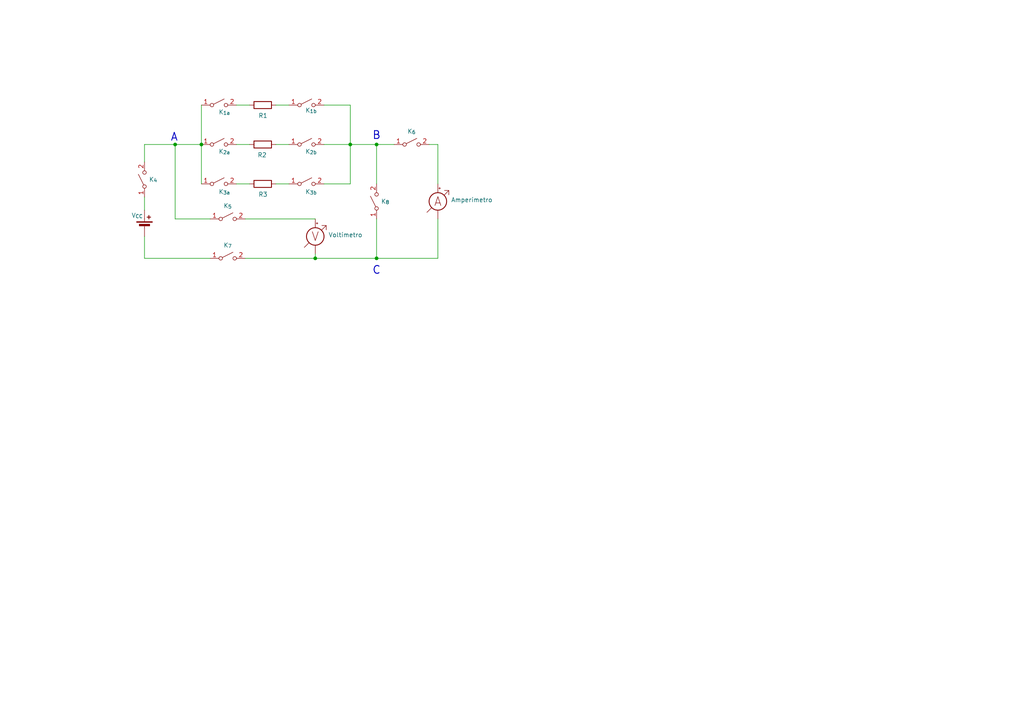
<source format=kicad_sch>
(kicad_sch (version 20231120) (generator "eeschema") (generator_version "8.0")
  (paper "A4")
  (lib_symbols
    (symbol "Device:Ammeter_DC" (pin_numbers hide) (pin_names (offset 0.0254) hide)
      (property "Reference" "MES" (at -3.302 1.016 0))
      (property "Value" "Ammeter_DC" (at -3.302 -0.762 0))
      (symbol "Ammeter_DC_0_0"
        (polyline (pts (xy -3.175 -3.175) (xy -1.905 -1.905)))
        (polyline (pts (xy 1.905 1.905) (xy 3.175 3.175)))
        (polyline (pts (xy 1.905 3.175) (xy 3.175 3.175) (xy 3.175 1.905)))
        (text "A" (at 0 0 0) (effects (font (size 2.54 2.54))))
      )
      (symbol "Ammeter_DC_0_1"
        (polyline (pts (xy 0.254 3.81) (xy 0.762 3.81)))
        (polyline (pts (xy 0.508 4.064) (xy 0.508 3.556)))
        (circle (center 0 0) (radius 2.54) (stroke (width 0.254)))
      )
      (symbol "Ammeter_DC_1_1"
        (pin passive line (at 0 -5.08 90) (length 2.54) (name "-") (number "1"))
        (pin passive line (at 0 5.08 270) (length 2.54) (name "+") (number "2"))
      )
    )
    (symbol "Device:Battery_Cell" (pin_numbers hide) (pin_names (offset 0) hide)
      (property "Reference" "BT" (at 2.54 2.54 0))
      (property "Value" "Battery_Cell" (at 2.54 0 0))
      (symbol "Battery_Cell_0_1"
        (rectangle (start -2.286 1.778) (end 2.286 1.524) (fill (type outline)))
        (rectangle (start -1.524 1.016) (end 1.524 0.508) (fill (type outline)))
        (polyline (pts (xy 0 0.762) (xy 0 0)))
        (polyline (pts (xy 0 1.778) (xy 0 2.54)))
        (polyline (pts (xy 0.762 3.048) (xy 1.778 3.048)) (stroke (width 0.254)))
        (polyline (pts (xy 1.27 3.556) (xy 1.27 2.54)) (stroke (width 0.254)))
      )
      (symbol "Battery_Cell_1_1"
        (pin passive line (at 0 5.08 270) (length 2.54) (name "+") (number "1"))
        (pin passive line (at 0 -2.54 90) (length 2.54) (name "-") (number "2"))
      )
    )
    (symbol "Device:R" (pin_numbers hide) (pin_names (offset 0))
      (property "Reference" "R" (at 2.032 0 90))
      (property "Value" "R" (at 0 0 90))
      (symbol "R_0_1"
        (rectangle (start -1.016 -2.54) (end 1.016 2.54) (stroke (width 0.254)))
      )
      (symbol "R_1_1"
        (pin passive line (at 0 3.81 270) (length 1.27) (name "~") (number "1"))
        (pin passive line (at 0 -3.81 90) (length 1.27) (name "~") (number "2"))
      )
    )
    (symbol "Device:Voltmeter_DC" (pin_numbers hide) (pin_names (offset 0.0254) hide)
      (property "Reference" "MES" (at -3.302 1.016 0))
      (property "Value" "Voltmeter_DC" (at -3.302 -0.762 0))
      (symbol "Voltmeter_DC_0_0"
        (polyline (pts (xy -3.175 -3.175) (xy -1.905 -1.905)))
        (polyline (pts (xy 1.905 1.905) (xy 3.175 3.175)))
        (polyline (pts (xy 1.905 3.175) (xy 3.175 3.175) (xy 3.175 1.905)))
        (text "V" (at 0 0 0) (effects (font (size 2.54 2.54))))
      )
      (symbol "Voltmeter_DC_0_1"
        (polyline (pts (xy 0.254 3.81) (xy 0.762 3.81)))
        (polyline (pts (xy 0.508 4.064) (xy 0.508 3.556)))
        (circle (center 0 0) (radius 2.54) (stroke (width 0.254)))
      )
      (symbol "Voltmeter_DC_1_1"
        (pin passive line (at 0 -5.08 90) (length 2.54) (name "-") (number "1"))
        (pin passive line (at 0 5.08 270) (length 2.54) (name "+") (number "2"))
      )
    )
    (symbol "Switch:SW_SPST" (pin_names (offset 0) hide)
      (property "Reference" "SW" (at 0 3.175 0))
      (property "Value" "SW_SPST" (at 0 -2.54 0))
      (symbol "SW_SPST_0_0"
        (circle (center -2.032 0) (radius 0.508))
        (polyline (pts (xy -1.524 0.254) (xy 1.524 1.778)))
        (circle (center 2.032 0) (radius 0.508))
      )
      (symbol "SW_SPST_1_1"
        (pin passive line (at -5.08 0 0) (length 2.54) (name "A") (number "1"))
        (pin passive line (at 5.08 0 180) (length 2.54) (name "B") (number "2"))
      )
    )
  )
  (junction (at 109.22 74.93))
  (junction (at 101.6 41.91))
  (junction (at 109.22 41.91))
  (junction (at 50.8 41.91))
  (junction (at 91.44 74.93))
  (junction (at 58.42 41.91))
  (wire (pts (xy 72.39 41.91) (xy 68.58 41.91)))
  (wire (pts (xy 60.96 63.5) (xy 50.8 63.5)))
  (wire (pts (xy 83.82 41.91) (xy 80.01 41.91)))
  (wire (pts (xy 58.42 41.91) (xy 58.42 30.48)))
  (wire (pts (xy 41.91 46.99) (xy 41.91 41.91)))
  (wire (pts (xy 109.22 74.93) (xy 109.22 63.5)))
  (wire (pts (xy 72.39 53.34) (xy 68.58 53.34)))
  (wire (pts (xy 50.8 63.5) (xy 50.8 41.91)))
  (wire (pts (xy 83.82 30.48) (xy 80.01 30.48)))
  (wire (pts (xy 50.8 41.91) (xy 58.42 41.91)))
  (wire (pts (xy 41.91 74.93) (xy 60.96 74.93)))
  (wire (pts (xy 91.44 73.66) (xy 91.44 74.93)))
  (wire (pts (xy 41.91 57.15) (xy 41.91 60.96)))
  (wire (pts (xy 71.12 74.93) (xy 91.44 74.93)))
  (wire (pts (xy 101.6 41.91) (xy 93.98 41.91)))
  (wire (pts (xy 109.22 41.91) (xy 114.3 41.91)))
  (wire (pts (xy 127 74.93) (xy 109.22 74.93)))
  (wire (pts (xy 127 63.5) (xy 127 74.93)))
  (wire (pts (xy 58.42 53.34) (xy 58.42 41.91)))
  (wire (pts (xy 124.46 41.91) (xy 127 41.91)))
  (wire (pts (xy 41.91 41.91) (xy 50.8 41.91)))
  (wire (pts (xy 109.22 41.91) (xy 101.6 41.91)))
  (wire (pts (xy 91.44 74.93) (xy 109.22 74.93)))
  (wire (pts (xy 101.6 30.48) (xy 93.98 30.48)))
  (wire (pts (xy 101.6 41.91) (xy 101.6 53.34)))
  (wire (pts (xy 71.12 63.5) (xy 91.44 63.5)))
  (wire (pts (xy 41.91 74.93) (xy 41.91 68.58)))
  (wire (pts (xy 83.82 53.34) (xy 80.01 53.34)))
  (wire (pts (xy 127 41.91) (xy 127 53.34)))
  (wire (pts (xy 109.22 41.91) (xy 109.22 53.34)))
  (wire (pts (xy 72.39 30.48) (xy 68.58 30.48)))
  (wire (pts (xy 101.6 53.34) (xy 93.98 53.34)))
  (wire (pts (xy 101.6 30.48) (xy 101.6 41.91)))
  (text "A" (at 50.546 39.878 0) (effects (font (size 2.27 2.27) (thickness 0.254) (bold yes))))
  (text "B" (at 109.22 39.37 0) (effects (font (size 2.27 2.27) (thickness 0.254) (bold yes))))
  (text "C" (at 109.22 78.486 0) (effects (font (size 2.27 2.27) (thickness 0.254) (bold yes))))
  (symbol (lib_id "Switch:SW_SPST") (at 119.38 41.91 0) (unit 1)
    (property "Reference" "K_{6}" (at 119.38 38.1 0))
    (property "Value" "SW_SPST" (effects (hide yes)))
    (property "Description" "Single Pole Single Throw (SPST) switch" (effects (hide yes)))
  )
  (symbol (lib_id "Switch:SW_SPST") (at 88.9 41.91 0) (unit 1)
    (property "Reference" "K_{2b}" (at 91.948 43.942 0) (effects (justify right)))
    (property "Value" "SW_SPST" (effects (hide yes)))
    (property "Description" "Single Pole Single Throw (SPST) switch" (effects (hide yes)))
  )
  (symbol (lib_id "Device:Voltmeter_DC") (at 91.44 68.58 0) (unit 1)
    (property "Reference" "MES1" (effects (hide yes)))
    (property "Value" "Voltímetro" (at 95.25 68.1354 0) (effects (justify left)))
    (property "Description" "DC voltmeter" (effects (hide yes)))
  )
  (symbol (lib_id "Device:Battery_Cell") (at 41.91 66.04 0) (unit 1)
    (property "Reference" "BT1" (effects (hide yes)))
    (property "Value" "V_{CC}" (at 38.1 62.484 0) (effects (justify left)))
    (property "Description" "Single-cell battery" (effects (hide yes)))
  )
  (symbol (lib_id "Switch:SW_SPST") (at 63.5 30.48 0) (unit 1)
    (property "Reference" "K_{1a}" (at 66.802 32.512 0) (effects (justify right)))
    (property "Value" "SW_SPST" (effects (hide yes)))
    (property "Description" "Single Pole Single Throw (SPST) switch" (effects (hide yes)))
  )
  (symbol (lib_id "Switch:SW_SPST") (at 88.9 30.48 0) (unit 1)
    (property "Reference" "K_{1b}" (at 91.948 32.004 0) (effects (justify right)))
    (property "Value" "SW_SPST" (effects (hide yes)))
    (property "Description" "Single Pole Single Throw (SPST) switch" (effects (hide yes)))
  )
  (symbol (lib_id "Switch:SW_SPST") (at 88.9 53.34 0) (unit 1)
    (property "Reference" "K_{3b}" (at 91.948 55.626 0) (effects (justify right)))
    (property "Value" "SW_SPST" (effects (hide yes)))
    (property "Description" "Single Pole Single Throw (SPST) switch" (effects (hide yes)))
  )
  (symbol (lib_id "Switch:SW_SPST") (at 66.04 63.5 0) (unit 1)
    (property "Reference" "K_{5}" (at 66.04 59.69 0))
    (property "Value" "SW_SPST" (effects (hide yes)))
    (property "Description" "Single Pole Single Throw (SPST) switch" (effects (hide yes)))
  )
  (symbol (lib_id "Switch:SW_SPST") (at 66.04 74.93 0) (unit 1)
    (property "Reference" "K_{7}" (at 66.04 71.12 0))
    (property "Value" "SW_SPST" (effects (hide yes)))
    (property "Description" "Single Pole Single Throw (SPST) switch" (effects (hide yes)))
  )
  (symbol (lib_id "Device:R") (at 76.2 30.48 270) (unit 1)
    (property "Reference" "R1" (at 74.93 33.528 90) (effects (justify left)))
    (property "Value" "R" (effects (hide yes)))
    (property "Description" "Resistor" (effects (hide yes)))
  )
  (symbol (lib_id "Device:Ammeter_DC") (at 127 58.42 0) (unit 1)
    (property "Reference" "MES2" (effects (hide yes)))
    (property "Value" "Amperímetro" (at 130.81 57.9754 0) (effects (justify left)))
    (property "Description" "DC ammeter" (effects (hide yes)))
  )
  (symbol (lib_id "Switch:SW_SPST") (at 63.5 41.91 0) (unit 1)
    (property "Reference" "K_{2a}" (at 66.802 43.942 0) (effects (justify right)))
    (property "Value" "SW_SPST" (effects (hide yes)))
    (property "Description" "Single Pole Single Throw (SPST) switch" (effects (hide yes)))
  )
  (symbol (lib_id "Device:R") (at 76.2 41.91 270) (unit 1)
    (property "Reference" "R2" (at 74.676 44.958 90) (effects (justify left)))
    (property "Value" "R" (effects (hide yes)))
    (property "Description" "Resistor" (effects (hide yes)))
  )
  (symbol (lib_id "Device:R") (at 76.2 53.34 270) (unit 1)
    (property "Reference" "R3" (at 74.93 56.388 90) (effects (justify left)))
    (property "Value" "R" (effects (hide yes)))
    (property "Description" "Resistor" (effects (hide yes)))
  )
  (symbol (lib_id "Switch:SW_SPST") (at 41.91 52.07 90) (unit 1)
    (property "Reference" "K_{4}" (at 43.18 52.0699 90) (effects (justify right)))
    (property "Value" "SW_SPST" (effects (hide yes)))
    (property "Description" "Single Pole Single Throw (SPST) switch" (effects (hide yes)))
  )
  (symbol (lib_id "Switch:SW_SPST") (at 63.5 53.34 0) (unit 1)
    (property "Reference" "K_{3a}" (at 66.802 55.626 0) (effects (justify right)))
    (property "Value" "SW_SPST" (effects (hide yes)))
    (property "Description" "Single Pole Single Throw (SPST) switch" (effects (hide yes)))
  )
  (symbol (lib_id "Switch:SW_SPST") (at 109.22 58.42 90) (unit 1)
    (property "Reference" "K_{8}" (at 110.49 58.4199 90) (effects (justify right)))
    (property "Value" "SW_SPST" (effects (hide yes)))
    (property "Description" "Single Pole Single Throw (SPST) switch" (effects (hide yes)))
  )
)
</source>
